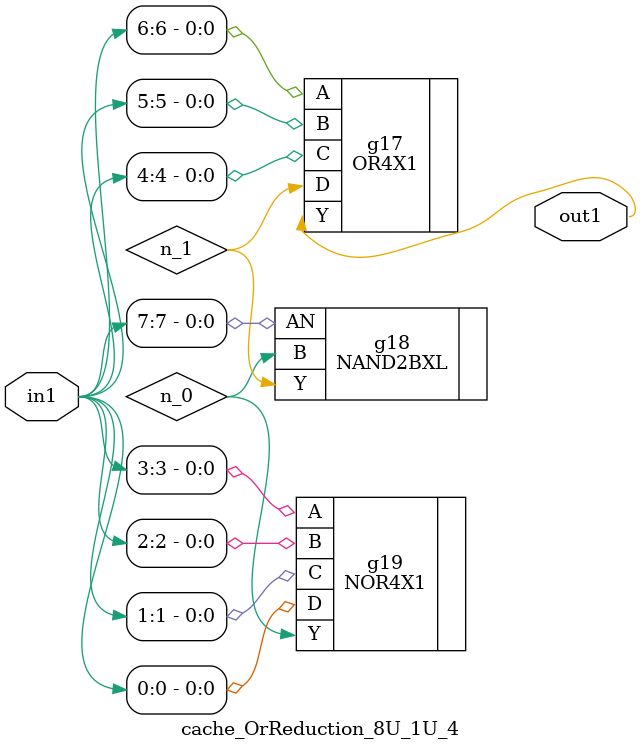
<source format=v>
`timescale 1ps / 1ps


module cache_OrReduction_8U_1U_4(in1, out1);
  input [7:0] in1;
  output out1;
  wire [7:0] in1;
  wire out1;
  wire n_0, n_1;
  OR4X1 g17(.A (in1[6]), .B (in1[5]), .C (in1[4]), .D (n_1), .Y (out1));
  NAND2BXL g18(.AN (in1[7]), .B (n_0), .Y (n_1));
  NOR4X1 g19(.A (in1[3]), .B (in1[2]), .C (in1[1]), .D (in1[0]), .Y
       (n_0));
endmodule


</source>
